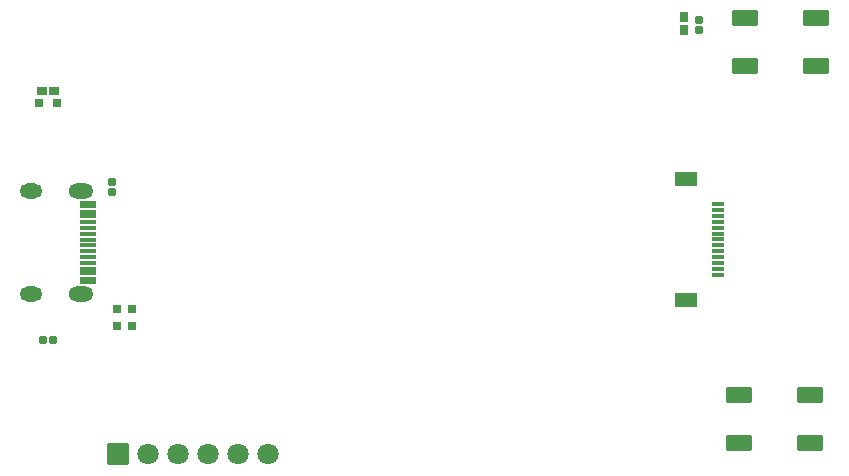
<source format=gbs>
G04 Layer: BottomSolderMaskLayer*
G04 EasyEDA v6.5.22, 2023-04-19 21:06:07*
G04 0b1144c6aaf7448fb0b14bab58411d50,0a61cb7f7b51421fbede6d33e3e5ec82,10*
G04 Gerber Generator version 0.2*
G04 Scale: 100 percent, Rotated: No, Reflected: No *
G04 Dimensions in inches *
G04 leading zeros omitted , absolute positions ,3 integer and 6 decimal *
%FSLAX36Y36*%
%MOIN*%

%AMMACRO1*1,1,$1,$2,$3*1,1,$1,$4,$5*1,1,$1,0-$2,0-$3*1,1,$1,0-$4,0-$5*20,1,$1,$2,$3,$4,$5,0*20,1,$1,$4,$5,0-$2,0-$3,0*20,1,$1,0-$2,0-$3,0-$4,0-$5,0*20,1,$1,0-$4,0-$5,$2,$3,0*4,1,4,$2,$3,$4,$5,0-$2,0-$3,0-$4,0-$5,$2,$3,0*%
%ADD10MACRO1,0.004X-0.0335X0.0335X0.0335X0.0335*%
%ADD11C,0.0709*%
%ADD12MACRO1,0.004X-0.0413X-0.0236X0.0413X-0.0236*%
%ADD13MACRO1,0.004X0.0413X0.0236X-0.0413X0.0236*%
%ADD14MACRO1,0.004X-0.0111X0.0106X-0.0111X-0.0106*%
%ADD15MACRO1,0.004X0.0111X0.0106X0.0111X-0.0106*%
%ADD16MACRO1,0.004X-0.0106X-0.0111X0.0106X-0.0111*%
%ADD17MACRO1,0.004X-0.0106X0.0111X0.0106X0.0111*%
%ADD18MACRO1,0.004X-0.0118X0.0118X-0.0118X-0.0118*%
%ADD19MACRO1,0.004X0.0118X-0.0118X0.0118X0.0118*%
%ADD20MACRO1,0.004X-0.0156X0.0106X-0.0156X-0.0106*%
%ADD21MACRO1,0.004X0.0156X0.0106X0.0156X-0.0106*%
%ADD22MACRO1,0.004X0.0106X0.0156X-0.0106X0.0156*%
%ADD23MACRO1,0.004X0.0106X-0.0156X-0.0106X-0.0156*%
%ADD24MACRO1,0.004X0.0118X0.0118X-0.0118X0.0118*%
%ADD25MACRO1,0.004X-0.0118X-0.0118X0.0118X-0.0118*%
%ADD26MACRO1,0.0039X0.0256X-0.0059X0.0256X0.0059*%
%ADD27O,0.074866X0.051244000000000005*%
%ADD28O,0.08274000000000001X0.051244000000000005*%
%ADD29MACRO1,0.004X0.0177X-0.0059X0.0177X0.0059*%
%ADD30MACRO1,0.004X0.0354X-0.0217X0.0354X0.0217*%

%LPD*%
D10*
G01*
X615000Y1160000D03*
D11*
G01*
X715000Y1160000D03*
G01*
X815000Y1160000D03*
G01*
X915000Y1160000D03*
G01*
X1015000Y1160000D03*
G01*
X1115000Y1160000D03*
D12*
G01*
X2939110Y2611740D03*
G01*
X2702890Y2611740D03*
G01*
X2939110Y2454259D03*
G01*
X2702890Y2454259D03*
D13*
G01*
X2682889Y1198260D03*
G01*
X2919110Y1198260D03*
G01*
X2682889Y1355740D03*
G01*
X2919110Y1355740D03*
D14*
G01*
X397040Y1540000D03*
D15*
G01*
X362959Y1540000D03*
D16*
G01*
X2550000Y2607040D03*
D17*
G01*
X2550000Y2572959D03*
D18*
G01*
X660000Y1644529D03*
D19*
G01*
X660000Y1585471D03*
D20*
G01*
X401458Y2370000D03*
D21*
G01*
X358541Y2370000D03*
D22*
G01*
X2500000Y2573541D03*
D23*
G01*
X2500000Y2616459D03*
D24*
G01*
X409529Y2330000D03*
D25*
G01*
X350471Y2330000D03*
D18*
G01*
X610000Y1644529D03*
D19*
G01*
X610000Y1585471D03*
D16*
G01*
X595000Y2067040D03*
D17*
G01*
X595000Y2032959D03*
D26*
G01*
X515082Y1733109D03*
G01*
X515082Y1744919D03*
G01*
X515082Y1764609D03*
G01*
X515082Y1776419D03*
G01*
X515081Y1796099D03*
G01*
X515081Y1815789D03*
G01*
X515082Y1835469D03*
G01*
X515081Y1855159D03*
G01*
X515082Y1874839D03*
G01*
X515081Y1894529D03*
G01*
X515081Y1933899D03*
G01*
X515073Y1953579D03*
G01*
X515073Y1965399D03*
G01*
X515081Y1985078D03*
G01*
X515081Y1996889D03*
G01*
X515081Y1914199D03*
D27*
G01*
X324920Y1694920D03*
G01*
X324920Y2035079D03*
D28*
G01*
X489490Y2035079D03*
G01*
X489490Y1694920D03*
D29*
G01*
X2613150Y1756890D03*
G01*
X2613150Y1776570D03*
G01*
X2613150Y1796260D03*
G01*
X2613150Y1815940D03*
G01*
X2613150Y1835630D03*
G01*
X2613150Y1855310D03*
G01*
X2613150Y1875000D03*
G01*
X2613150Y1894680D03*
G01*
X2613150Y1914370D03*
G01*
X2613150Y1934050D03*
G01*
X2613150Y1953740D03*
G01*
X2613150Y1973420D03*
G01*
X2613150Y1993110D03*
D30*
G01*
X2506851Y1672245D03*
G01*
X2506851Y2077752D03*
M02*

</source>
